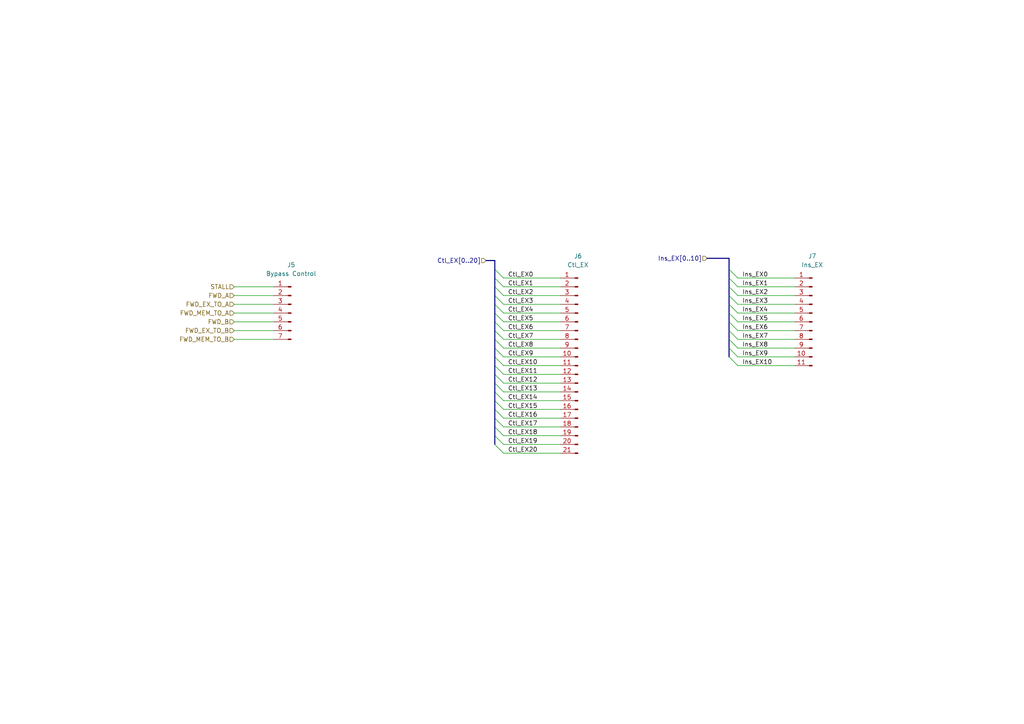
<source format=kicad_sch>
(kicad_sch (version 20250114) (generator "eeschema") (generator_version "9.0")
  (paper "A4")
  (title_block (date "2023-11-14") (rev "E"))
  (lib_symbols
    (symbol "Connector:Conn_01x07_Pin" (pin_names (offset 1.016) (hide yes))
      (property "Reference" "J" (at 0 10.16 0))
      (property "Value" "Conn_01x07_Pin" (at 0 -10.16 0))
      (symbol "Conn_01x07_Pin_1_1"
        (rectangle (start 0.8636 7.747) (end 0 7.493) (stroke (width 0.1524)) (fill (type outline)))
        (rectangle (start 0.8636 5.207) (end 0 4.953) (stroke (width 0.1524)) (fill (type outline)))
        (rectangle (start 0.8636 2.667) (end 0 2.413) (stroke (width 0.1524)) (fill (type outline)))
        (rectangle (start 0.8636 0.127) (end 0 -0.127) (stroke (width 0.1524)) (fill (type outline)))
        (rectangle (start 0.8636 -2.413) (end 0 -2.667) (stroke (width 0.1524)) (fill (type outline)))
        (rectangle (start 0.8636 -4.953) (end 0 -5.207) (stroke (width 0.1524)) (fill (type outline)))
        (rectangle (start 0.8636 -7.493) (end 0 -7.747) (stroke (width 0.1524)) (fill (type outline)))
        (polyline (pts (xy 1.27 7.62) (xy 0.8636 7.62)) (stroke (width 0.1524)))
        (polyline (pts (xy 1.27 5.08) (xy 0.8636 5.08)) (stroke (width 0.1524)))
        (polyline (pts (xy 1.27 2.54) (xy 0.8636 2.54)) (stroke (width 0.1524)))
        (polyline (pts (xy 1.27 0) (xy 0.8636 0)) (stroke (width 0.1524)))
        (polyline (pts (xy 1.27 -2.54) (xy 0.8636 -2.54)) (stroke (width 0.1524)))
        (polyline (pts (xy 1.27 -5.08) (xy 0.8636 -5.08)) (stroke (width 0.1524)))
        (polyline (pts (xy 1.27 -7.62) (xy 0.8636 -7.62)) (stroke (width 0.1524)))
        (pin passive line (at 5.08 7.62 180) (length 3.81) (name "Pin_1") (number "1"))
        (pin passive line (at 5.08 5.08 180) (length 3.81) (name "Pin_2") (number "2"))
        (pin passive line (at 5.08 2.54 180) (length 3.81) (name "Pin_3") (number "3"))
        (pin passive line (at 5.08 0 180) (length 3.81) (name "Pin_4") (number "4"))
        (pin passive line (at 5.08 -2.54 180) (length 3.81) (name "Pin_5") (number "5"))
        (pin passive line (at 5.08 -5.08 180) (length 3.81) (name "Pin_6") (number "6"))
        (pin passive line (at 5.08 -7.62 180) (length 3.81) (name "Pin_7") (number "7"))
      )
    )
    (symbol "Connector:Conn_01x11_Pin" (pin_names (offset 1.016) (hide yes))
      (property "Reference" "J" (at 0 15.24 0))
      (property "Value" "Conn_01x11_Pin" (at 0 -15.24 0))
      (symbol "Conn_01x11_Pin_1_1"
        (rectangle (start 0.8636 12.827) (end 0 12.573) (stroke (width 0.1524)) (fill (type outline)))
        (rectangle (start 0.8636 10.287) (end 0 10.033) (stroke (width 0.1524)) (fill (type outline)))
        (rectangle (start 0.8636 7.747) (end 0 7.493) (stroke (width 0.1524)) (fill (type outline)))
        (rectangle (start 0.8636 5.207) (end 0 4.953) (stroke (width 0.1524)) (fill (type outline)))
        (rectangle (start 0.8636 2.667) (end 0 2.413) (stroke (width 0.1524)) (fill (type outline)))
        (rectangle (start 0.8636 0.127) (end 0 -0.127) (stroke (width 0.1524)) (fill (type outline)))
        (rectangle (start 0.8636 -2.413) (end 0 -2.667) (stroke (width 0.1524)) (fill (type outline)))
        (rectangle (start 0.8636 -4.953) (end 0 -5.207) (stroke (width 0.1524)) (fill (type outline)))
        (rectangle (start 0.8636 -7.493) (end 0 -7.747) (stroke (width 0.1524)) (fill (type outline)))
        (rectangle (start 0.8636 -10.033) (end 0 -10.287) (stroke (width 0.1524)) (fill (type outline)))
        (rectangle (start 0.8636 -12.573) (end 0 -12.827) (stroke (width 0.1524)) (fill (type outline)))
        (polyline (pts (xy 1.27 12.7) (xy 0.8636 12.7)) (stroke (width 0.1524)))
        (polyline (pts (xy 1.27 10.16) (xy 0.8636 10.16)) (stroke (width 0.1524)))
        (polyline (pts (xy 1.27 7.62) (xy 0.8636 7.62)) (stroke (width 0.1524)))
        (polyline (pts (xy 1.27 5.08) (xy 0.8636 5.08)) (stroke (width 0.1524)))
        (polyline (pts (xy 1.27 2.54) (xy 0.8636 2.54)) (stroke (width 0.1524)))
        (polyline (pts (xy 1.27 0) (xy 0.8636 0)) (stroke (width 0.1524)))
        (polyline (pts (xy 1.27 -2.54) (xy 0.8636 -2.54)) (stroke (width 0.1524)))
        (polyline (pts (xy 1.27 -5.08) (xy 0.8636 -5.08)) (stroke (width 0.1524)))
        (polyline (pts (xy 1.27 -7.62) (xy 0.8636 -7.62)) (stroke (width 0.1524)))
        (polyline (pts (xy 1.27 -10.16) (xy 0.8636 -10.16)) (stroke (width 0.1524)))
        (polyline (pts (xy 1.27 -12.7) (xy 0.8636 -12.7)) (stroke (width 0.1524)))
        (pin passive line (at 5.08 12.7 180) (length 3.81) (name "Pin_1") (number "1"))
        (pin passive line (at 5.08 10.16 180) (length 3.81) (name "Pin_2") (number "2"))
        (pin passive line (at 5.08 7.62 180) (length 3.81) (name "Pin_3") (number "3"))
        (pin passive line (at 5.08 5.08 180) (length 3.81) (name "Pin_4") (number "4"))
        (pin passive line (at 5.08 2.54 180) (length 3.81) (name "Pin_5") (number "5"))
        (pin passive line (at 5.08 0 180) (length 3.81) (name "Pin_6") (number "6"))
        (pin passive line (at 5.08 -2.54 180) (length 3.81) (name "Pin_7") (number "7"))
        (pin passive line (at 5.08 -5.08 180) (length 3.81) (name "Pin_8") (number "8"))
        (pin passive line (at 5.08 -7.62 180) (length 3.81) (name "Pin_9") (number "9"))
        (pin passive line (at 5.08 -10.16 180) (length 3.81) (name "Pin_10") (number "10"))
        (pin passive line (at 5.08 -12.7 180) (length 3.81) (name "Pin_11") (number "11"))
      )
    )
    (symbol "Connector:Conn_01x21_Pin" (pin_names (offset 1.016) (hide yes))
      (property "Reference" "J" (at 0 27.94 0))
      (property "Value" "Conn_01x21_Pin" (at 0 -27.94 0))
      (symbol "Conn_01x21_Pin_1_1"
        (rectangle (start 0.8636 25.527) (end 0 25.273) (stroke (width 0.1524)) (fill (type outline)))
        (rectangle (start 0.8636 22.987) (end 0 22.733) (stroke (width 0.1524)) (fill (type outline)))
        (rectangle (start 0.8636 20.447) (end 0 20.193) (stroke (width 0.1524)) (fill (type outline)))
        (rectangle (start 0.8636 17.907) (end 0 17.653) (stroke (width 0.1524)) (fill (type outline)))
        (rectangle (start 0.8636 15.367) (end 0 15.113) (stroke (width 0.1524)) (fill (type outline)))
        (rectangle (start 0.8636 12.827) (end 0 12.573) (stroke (width 0.1524)) (fill (type outline)))
        (rectangle (start 0.8636 10.287) (end 0 10.033) (stroke (width 0.1524)) (fill (type outline)))
        (rectangle (start 0.8636 7.747) (end 0 7.493) (stroke (width 0.1524)) (fill (type outline)))
        (rectangle (start 0.8636 5.207) (end 0 4.953) (stroke (width 0.1524)) (fill (type outline)))
        (rectangle (start 0.8636 2.667) (end 0 2.413) (stroke (width 0.1524)) (fill (type outline)))
        (rectangle (start 0.8636 0.127) (end 0 -0.127) (stroke (width 0.1524)) (fill (type outline)))
        (rectangle (start 0.8636 -2.413) (end 0 -2.667) (stroke (width 0.1524)) (fill (type outline)))
        (rectangle (start 0.8636 -4.953) (end 0 -5.207) (stroke (width 0.1524)) (fill (type outline)))
        (rectangle (start 0.8636 -7.493) (end 0 -7.747) (stroke (width 0.1524)) (fill (type outline)))
        (rectangle (start 0.8636 -10.033) (end 0 -10.287) (stroke (width 0.1524)) (fill (type outline)))
        (rectangle (start 0.8636 -12.573) (end 0 -12.827) (stroke (width 0.1524)) (fill (type outline)))
        (rectangle (start 0.8636 -15.113) (end 0 -15.367) (stroke (width 0.1524)) (fill (type outline)))
        (rectangle (start 0.8636 -17.653) (end 0 -17.907) (stroke (width 0.1524)) (fill (type outline)))
        (rectangle (start 0.8636 -20.193) (end 0 -20.447) (stroke (width 0.1524)) (fill (type outline)))
        (rectangle (start 0.8636 -22.733) (end 0 -22.987) (stroke (width 0.1524)) (fill (type outline)))
        (rectangle (start 0.8636 -25.273) (end 0 -25.527) (stroke (width 0.1524)) (fill (type outline)))
        (polyline (pts (xy 1.27 25.4) (xy 0.8636 25.4)) (stroke (width 0.1524)))
        (polyline (pts (xy 1.27 22.86) (xy 0.8636 22.86)) (stroke (width 0.1524)))
        (polyline (pts (xy 1.27 20.32) (xy 0.8636 20.32)) (stroke (width 0.1524)))
        (polyline (pts (xy 1.27 17.78) (xy 0.8636 17.78)) (stroke (width 0.1524)))
        (polyline (pts (xy 1.27 15.24) (xy 0.8636 15.24)) (stroke (width 0.1524)))
        (polyline (pts (xy 1.27 12.7) (xy 0.8636 12.7)) (stroke (width 0.1524)))
        (polyline (pts (xy 1.27 10.16) (xy 0.8636 10.16)) (stroke (width 0.1524)))
        (polyline (pts (xy 1.27 7.62) (xy 0.8636 7.62)) (stroke (width 0.1524)))
        (polyline (pts (xy 1.27 5.08) (xy 0.8636 5.08)) (stroke (width 0.1524)))
        (polyline (pts (xy 1.27 2.54) (xy 0.8636 2.54)) (stroke (width 0.1524)))
        (polyline (pts (xy 1.27 0) (xy 0.8636 0)) (stroke (width 0.1524)))
        (polyline (pts (xy 1.27 -2.54) (xy 0.8636 -2.54)) (stroke (width 0.1524)))
        (polyline (pts (xy 1.27 -5.08) (xy 0.8636 -5.08)) (stroke (width 0.1524)))
        (polyline (pts (xy 1.27 -7.62) (xy 0.8636 -7.62)) (stroke (width 0.1524)))
        (polyline (pts (xy 1.27 -10.16) (xy 0.8636 -10.16)) (stroke (width 0.1524)))
        (polyline (pts (xy 1.27 -12.7) (xy 0.8636 -12.7)) (stroke (width 0.1524)))
        (polyline (pts (xy 1.27 -15.24) (xy 0.8636 -15.24)) (stroke (width 0.1524)))
        (polyline (pts (xy 1.27 -17.78) (xy 0.8636 -17.78)) (stroke (width 0.1524)))
        (polyline (pts (xy 1.27 -20.32) (xy 0.8636 -20.32)) (stroke (width 0.1524)))
        (polyline (pts (xy 1.27 -22.86) (xy 0.8636 -22.86)) (stroke (width 0.1524)))
        (polyline (pts (xy 1.27 -25.4) (xy 0.8636 -25.4)) (stroke (width 0.1524)))
        (pin passive line (at 5.08 25.4 180) (length 3.81) (name "Pin_1") (number "1"))
        (pin passive line (at 5.08 22.86 180) (length 3.81) (name "Pin_2") (number "2"))
        (pin passive line (at 5.08 20.32 180) (length 3.81) (name "Pin_3") (number "3"))
        (pin passive line (at 5.08 17.78 180) (length 3.81) (name "Pin_4") (number "4"))
        (pin passive line (at 5.08 15.24 180) (length 3.81) (name "Pin_5") (number "5"))
        (pin passive line (at 5.08 12.7 180) (length 3.81) (name "Pin_6") (number "6"))
        (pin passive line (at 5.08 10.16 180) (length 3.81) (name "Pin_7") (number "7"))
        (pin passive line (at 5.08 7.62 180) (length 3.81) (name "Pin_8") (number "8"))
        (pin passive line (at 5.08 5.08 180) (length 3.81) (name "Pin_9") (number "9"))
        (pin passive line (at 5.08 2.54 180) (length 3.81) (name "Pin_10") (number "10"))
        (pin passive line (at 5.08 0 180) (length 3.81) (name "Pin_11") (number "11"))
        (pin passive line (at 5.08 -2.54 180) (length 3.81) (name "Pin_12") (number "12"))
        (pin passive line (at 5.08 -5.08 180) (length 3.81) (name "Pin_13") (number "13"))
        (pin passive line (at 5.08 -7.62 180) (length 3.81) (name "Pin_14") (number "14"))
        (pin passive line (at 5.08 -10.16 180) (length 3.81) (name "Pin_15") (number "15"))
        (pin passive line (at 5.08 -12.7 180) (length 3.81) (name "Pin_16") (number "16"))
        (pin passive line (at 5.08 -15.24 180) (length 3.81) (name "Pin_17") (number "17"))
        (pin passive line (at 5.08 -17.78 180) (length 3.81) (name "Pin_18") (number "18"))
        (pin passive line (at 5.08 -20.32 180) (length 3.81) (name "Pin_19") (number "19"))
        (pin passive line (at 5.08 -22.86 180) (length 3.81) (name "Pin_20") (number "20"))
        (pin passive line (at 5.08 -25.4 180) (length 3.81) (name "Pin_21") (number "21"))
      )
    )
  )
  (bus_entry (at 143.51 80.645) (size 2.54 2.54))
  (bus_entry (at 143.51 78.105) (size 2.54 2.54))
  (bus_entry (at 143.51 126.365) (size 2.54 2.54))
  (bus_entry (at 143.51 98.425) (size 2.54 2.54))
  (bus_entry (at 143.51 103.505) (size 2.54 2.54))
  (bus_entry (at 143.51 93.345) (size 2.54 2.54))
  (bus_entry (at 211.455 100.965) (size 2.54 2.54))
  (bus_entry (at 143.51 113.665) (size 2.54 2.54))
  (bus_entry (at 143.51 128.905) (size 2.54 2.54))
  (bus_entry (at 143.51 95.885) (size 2.54 2.54))
  (bus_entry (at 211.455 78.105) (size 2.54 2.54))
  (bus_entry (at 143.51 108.585) (size 2.54 2.54))
  (bus_entry (at 143.51 100.965) (size 2.54 2.54))
  (bus_entry (at 143.51 90.805) (size 2.54 2.54))
  (bus_entry (at 211.455 80.645) (size 2.54 2.54))
  (bus_entry (at 211.455 95.885) (size 2.54 2.54))
  (bus_entry (at 211.455 83.185) (size 2.54 2.54))
  (bus_entry (at 143.51 106.045) (size 2.54 2.54))
  (bus_entry (at 211.455 88.265) (size 2.54 2.54))
  (bus_entry (at 211.455 93.345) (size 2.54 2.54))
  (bus_entry (at 211.455 98.425) (size 2.54 2.54))
  (bus_entry (at 143.51 83.185) (size 2.54 2.54))
  (bus_entry (at 143.51 116.205) (size 2.54 2.54))
  (bus_entry (at 143.51 121.285) (size 2.54 2.54))
  (bus_entry (at 143.51 111.125) (size 2.54 2.54))
  (bus_entry (at 211.455 103.505) (size 2.54 2.54))
  (bus_entry (at 143.51 85.725) (size 2.54 2.54))
  (bus_entry (at 211.455 85.725) (size 2.54 2.54))
  (bus_entry (at 143.51 118.745) (size 2.54 2.54))
  (bus_entry (at 211.455 90.805) (size 2.54 2.54))
  (bus_entry (at 143.51 88.265) (size 2.54 2.54))
  (bus_entry (at 143.51 123.825) (size 2.54 2.54))
  (bus (pts (xy 211.455 90.805) (xy 211.455 93.345)))
  (bus (pts (xy 143.51 121.285) (xy 143.51 123.825)))
  (wire (pts (xy 146.05 85.725) (xy 162.56 85.725)))
  (bus (pts (xy 143.51 83.185) (xy 143.51 85.725)))
  (bus (pts (xy 211.455 74.93) (xy 211.455 78.105)))
  (bus (pts (xy 143.51 116.205) (xy 143.51 118.745)))
  (wire (pts (xy 146.05 128.905) (xy 162.56 128.905)))
  (bus (pts (xy 143.51 88.265) (xy 143.51 90.805)))
  (bus (pts (xy 143.51 98.425) (xy 143.51 100.965)))
  (bus (pts (xy 211.455 83.185) (xy 211.455 85.725)))
  (wire (pts (xy 146.05 111.125) (xy 162.56 111.125)))
  (wire (pts (xy 146.05 126.365) (xy 162.56 126.365)))
  (bus (pts (xy 211.455 78.105) (xy 211.455 80.645)))
  (wire (pts (xy 213.995 83.185) (xy 230.505 83.185)))
  (bus (pts (xy 143.51 123.825) (xy 143.51 126.365)))
  (wire (pts (xy 67.945 85.725) (xy 79.375 85.725)))
  (wire (pts (xy 67.945 98.425) (xy 79.375 98.425)))
  (bus (pts (xy 143.51 93.345) (xy 143.51 95.885)))
  (wire (pts (xy 213.995 95.885) (xy 230.505 95.885)))
  (wire (pts (xy 146.05 103.505) (xy 162.56 103.505)))
  (wire (pts (xy 146.05 100.965) (xy 162.56 100.965)))
  (wire (pts (xy 146.05 121.285) (xy 162.56 121.285)))
  (wire (pts (xy 146.05 108.585) (xy 162.56 108.585)))
  (bus (pts (xy 205.105 74.93) (xy 211.455 74.93)))
  (wire (pts (xy 213.995 88.265) (xy 230.505 88.265)))
  (bus (pts (xy 211.455 85.725) (xy 211.455 88.265)))
  (wire (pts (xy 146.05 113.665) (xy 162.56 113.665)))
  (wire (pts (xy 146.05 80.645) (xy 162.56 80.645)))
  (wire (pts (xy 213.995 98.425) (xy 230.505 98.425)))
  (bus (pts (xy 143.51 118.745) (xy 143.51 121.285)))
  (bus (pts (xy 211.455 93.345) (xy 211.455 95.885)))
  (bus (pts (xy 143.51 80.645) (xy 143.51 83.185)))
  (wire (pts (xy 67.945 90.805) (xy 79.375 90.805)))
  (bus (pts (xy 143.51 108.585) (xy 143.51 111.125)))
  (bus (pts (xy 143.51 126.365) (xy 143.51 128.905)))
  (bus (pts (xy 211.455 100.965) (xy 211.455 103.505)))
  (bus (pts (xy 143.51 100.965) (xy 143.51 103.505)))
  (wire (pts (xy 213.995 93.345) (xy 230.505 93.345)))
  (bus (pts (xy 211.455 95.885) (xy 211.455 98.425)))
  (bus (pts (xy 143.51 106.045) (xy 143.51 108.585)))
  (wire (pts (xy 213.995 90.805) (xy 230.505 90.805)))
  (wire (pts (xy 146.05 88.265) (xy 162.56 88.265)))
  (wire (pts (xy 146.05 123.825) (xy 162.56 123.825)))
  (wire (pts (xy 146.05 93.345) (xy 162.56 93.345)))
  (wire (pts (xy 213.995 85.725) (xy 230.505 85.725)))
  (wire (pts (xy 146.05 106.045) (xy 162.56 106.045)))
  (wire (pts (xy 213.995 103.505) (xy 230.505 103.505)))
  (bus (pts (xy 140.97 75.565) (xy 143.51 75.565)))
  (bus (pts (xy 143.51 90.805) (xy 143.51 93.345)))
  (wire (pts (xy 213.995 106.045) (xy 230.505 106.045)))
  (wire (pts (xy 146.05 90.805) (xy 162.56 90.805)))
  (bus (pts (xy 143.51 95.885) (xy 143.51 98.425)))
  (wire (pts (xy 146.05 116.205) (xy 162.56 116.205)))
  (wire (pts (xy 67.945 95.885) (xy 79.375 95.885)))
  (wire (pts (xy 146.05 98.425) (xy 162.56 98.425)))
  (wire (pts (xy 146.05 83.185) (xy 162.56 83.185)))
  (wire (pts (xy 146.05 95.885) (xy 162.56 95.885)))
  (wire (pts (xy 146.05 118.745) (xy 162.56 118.745)))
  (bus (pts (xy 143.51 103.505) (xy 143.51 106.045)))
  (wire (pts (xy 213.995 100.965) (xy 230.505 100.965)))
  (wire (pts (xy 67.945 93.345) (xy 79.375 93.345)))
  (bus (pts (xy 211.455 80.645) (xy 211.455 83.185)))
  (wire (pts (xy 67.945 83.185) (xy 79.375 83.185)))
  (bus (pts (xy 211.455 98.425) (xy 211.455 100.965)))
  (wire (pts (xy 146.05 131.445) (xy 162.56 131.445)))
  (bus (pts (xy 211.455 88.265) (xy 211.455 90.805)))
  (bus (pts (xy 143.51 111.125) (xy 143.51 113.665)))
  (bus (pts (xy 143.51 113.665) (xy 143.51 116.205)))
  (bus (pts (xy 143.51 75.565) (xy 143.51 78.105)))
  (bus (pts (xy 143.51 78.105) (xy 143.51 80.645)))
  (bus (pts (xy 143.51 85.725) (xy 143.51 88.265)))
  (wire (pts (xy 213.995 80.645) (xy 230.505 80.645)))
  (wire (pts (xy 67.945 88.265) (xy 79.375 88.265)))
  (label "Ctl_EX7" (at 147.32 98.425 0))
  (label "Ctl_EX3" (at 147.32 88.265 0))
  (label "Ins_EX10" (at 215.265 106.045 0))
  (label "Ctl_EX10" (at 147.32 106.045 0))
  (label "Ins_EX9" (at 215.265 103.505 0))
  (label "Ctl_EX15" (at 147.32 118.745 0))
  (label "Ctl_EX20" (at 147.32 131.445 0))
  (label "Ins_EX3" (at 215.265 88.265 0))
  (label "Ins_EX6" (at 215.265 95.885 0))
  (label "Ctl_EX17" (at 147.32 123.825 0))
  (label "Ins_EX2" (at 215.265 85.725 0))
  (label "Ctl_EX13" (at 147.32 113.665 0))
  (label "Ctl_EX19" (at 147.32 128.905 0))
  (label "Ins_EX0" (at 215.265 80.645 0))
  (label "Ctl_EX4" (at 147.32 90.805 0))
  (label "Ctl_EX5" (at 147.32 93.345 0))
  (label "Ctl_EX9" (at 147.32 103.505 0))
  (label "Ctl_EX6" (at 147.32 95.885 0))
  (label "Ctl_EX11" (at 147.32 108.585 0))
  (label "Ctl_EX2" (at 147.32 85.725 0))
  (label "Ins_EX4" (at 215.265 90.805 0))
  (label "Ins_EX1" (at 215.265 83.185 0))
  (label "Ctl_EX18" (at 147.32 126.365 0))
  (label "Ctl_EX0" (at 147.32 80.645 0))
  (label "Ctl_EX16" (at 147.32 121.285 0))
  (label "Ctl_EX12" (at 147.32 111.125 0))
  (label "Ctl_EX14" (at 147.32 116.205 0))
  (label "Ctl_EX1" (at 147.32 83.185 0))
  (label "Ins_EX7" (at 215.265 98.425 0))
  (label "Ins_EX5" (at 215.265 93.345 0))
  (label "Ins_EX8" (at 215.265 100.965 0))
  (label "Ctl_EX8" (at 147.32 100.965 0))
  (hierarchical_label "Ins_EX[0..10]" (shape input) (at 205.105 74.93 180))
  (hierarchical_label "FWD_MEM_TO_A" (shape input) (at 67.945 90.805 180))
  (hierarchical_label "STALL" (shape input) (at 67.945 83.185 180))
  (hierarchical_label "FWD_EX_TO_B" (shape input) (at 67.945 95.885 180))
  (hierarchical_label "Ctl_EX[0..20]" (shape input) (at 140.97 75.565 180))
  (hierarchical_label "FWD_A" (shape input) (at 67.945 85.725 180))
  (hierarchical_label "FWD_EX_TO_A" (shape input) (at 67.945 88.265 180))
  (hierarchical_label "FWD_MEM_TO_B" (shape input) (at 67.945 98.425 180))
  (hierarchical_label "FWD_B" (shape input) (at 67.945 93.345 180))
  (symbol (lib_id "Connector:Conn_01x11_Pin") (at 235.585 93.345 0) (mirror y) (unit 1)
    (property "Reference" "J7" (at 235.585 74.295 0))
    (property "Value" "Ins_EX" (at 235.585 76.835 0))
    (property "Footprint" "Connector_PinHeader_2.54mm:PinHeader_1x11_P2.54mm_Vertical" (effects (hide yes)))
  )
  (symbol (lib_id "Connector:Conn_01x07_Pin") (at 84.455 90.805 0) (mirror y) (unit 1)
    (property "Reference" "J5" (at 84.455 76.835 0))
    (property "Value" "Bypass Control" (at 84.455 79.375 0))
    (property "Footprint" "Connector_PinHeader_2.54mm:PinHeader_1x07_P2.54mm_Vertical" (effects (hide yes)))
  )
  (symbol (lib_id "Connector:Conn_01x21_Pin") (at 167.64 106.045 0) (mirror y) (unit 1)
    (property "Reference" "J6" (at 167.64 74.295 0))
    (property "Value" "Ctl_EX" (at 167.64 76.835 0))
    (property "Footprint" "Connector_PinHeader_2.54mm:PinHeader_1x21_P2.54mm_Vertical" (effects (hide yes)))
  )
)
</source>
